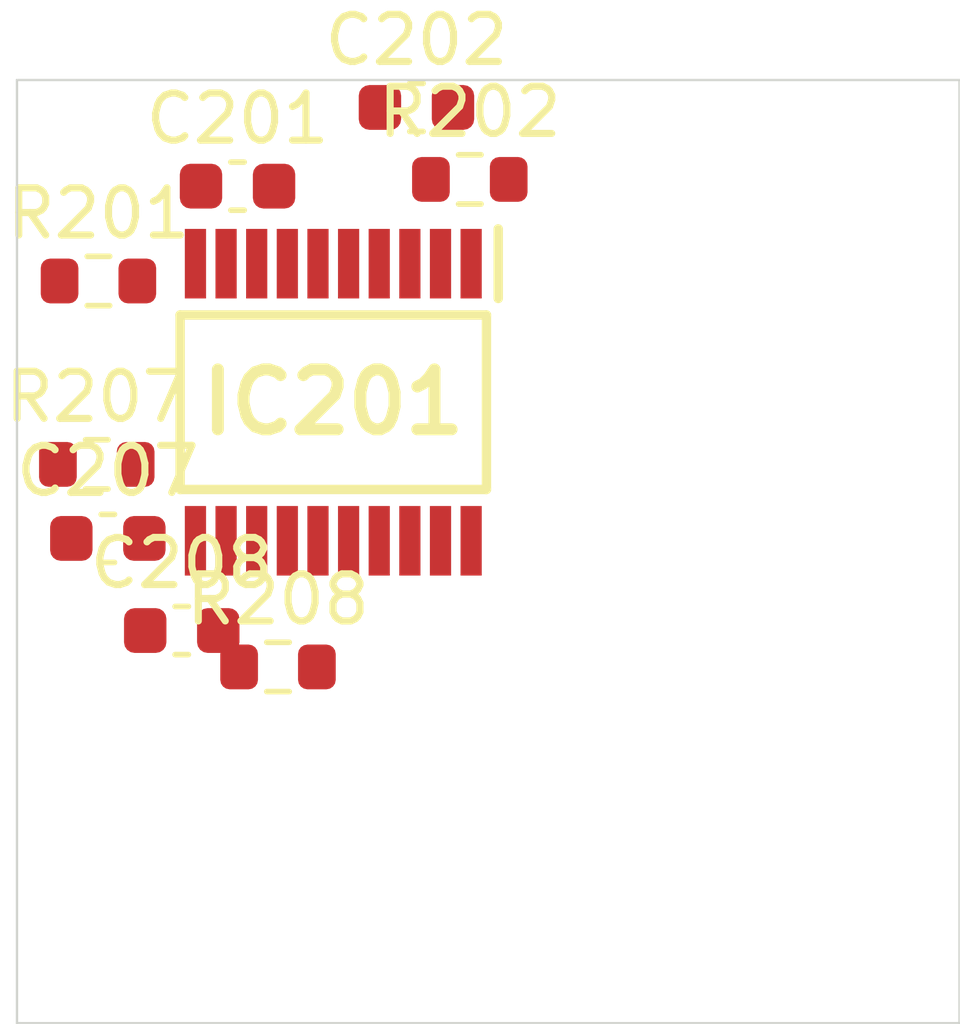
<source format=kicad_pcb>
 ( kicad_pcb  ( version 20171130 )
 ( host pcbnew 5.1.12-84ad8e8a86~92~ubuntu18.04.1 )
 ( general  ( thickness 1.6 )
 ( drawings 4 )
 ( tracks 0 )
 ( zones 0 )
 ( modules 9 )
 ( nets 19 )
)
 ( page A4 )
 ( layers  ( 0 F.Cu signal )
 ( 31 B.Cu signal )
 ( 32 B.Adhes user )
 ( 33 F.Adhes user )
 ( 34 B.Paste user )
 ( 35 F.Paste user )
 ( 36 B.SilkS user )
 ( 37 F.SilkS user )
 ( 38 B.Mask user )
 ( 39 F.Mask user )
 ( 40 Dwgs.User user )
 ( 41 Cmts.User user )
 ( 42 Eco1.User user )
 ( 43 Eco2.User user )
 ( 44 Edge.Cuts user )
 ( 45 Margin user )
 ( 46 B.CrtYd user )
 ( 47 F.CrtYd user )
 ( 48 B.Fab user )
 ( 49 F.Fab user )
)
 ( setup  ( last_trace_width 0.25 )
 ( trace_clearance 0.2 )
 ( zone_clearance 0.508 )
 ( zone_45_only no )
 ( trace_min 0.2 )
 ( via_size 0.8 )
 ( via_drill 0.4 )
 ( via_min_size 0.4 )
 ( via_min_drill 0.3 )
 ( uvia_size 0.3 )
 ( uvia_drill 0.1 )
 ( uvias_allowed no )
 ( uvia_min_size 0.2 )
 ( uvia_min_drill 0.1 )
 ( edge_width 0.05 )
 ( segment_width 0.2 )
 ( pcb_text_width 0.3 )
 ( pcb_text_size 1.5 1.5 )
 ( mod_edge_width 0.12 )
 ( mod_text_size 1 1 )
 ( mod_text_width 0.15 )
 ( pad_size 1.524 1.524 )
 ( pad_drill 0.762 )
 ( pad_to_mask_clearance 0 )
 ( aux_axis_origin 0 0 )
 ( visible_elements FFFFFF7F )
 ( pcbplotparams  ( layerselection 0x010fc_ffffffff )
 ( usegerberextensions false )
 ( usegerberattributes true )
 ( usegerberadvancedattributes true )
 ( creategerberjobfile true )
 ( excludeedgelayer true )
 ( linewidth 0.100000 )
 ( plotframeref false )
 ( viasonmask false )
 ( mode 1 )
 ( useauxorigin false )
 ( hpglpennumber 1 )
 ( hpglpenspeed 20 )
 ( hpglpendiameter 15.000000 )
 ( psnegative false )
 ( psa4output false )
 ( plotreference true )
 ( plotvalue true )
 ( plotinvisibletext false )
 ( padsonsilk false )
 ( subtractmaskfromsilk false )
 ( outputformat 1 )
 ( mirror false )
 ( drillshape 1 )
 ( scaleselection 1 )
 ( outputdirectory "" )
)
)
 ( net 0 "" )
 ( net 1 GND )
 ( net 2 /Sheet6235D886/ch0 )
 ( net 3 /Sheet6235D886/ch1 )
 ( net 4 /Sheet6235D886/ch2 )
 ( net 5 /Sheet6235D886/ch3 )
 ( net 6 /Sheet6235D886/ch4 )
 ( net 7 /Sheet6235D886/ch5 )
 ( net 8 /Sheet6235D886/ch6 )
 ( net 9 /Sheet6235D886/ch7 )
 ( net 10 VDD )
 ( net 11 VDDA )
 ( net 12 /Sheet6235D886/adc_csn )
 ( net 13 /Sheet6235D886/adc_sck )
 ( net 14 /Sheet6235D886/adc_sdi )
 ( net 15 /Sheet6235D886/adc_sdo )
 ( net 16 /Sheet6235D886/vp )
 ( net 17 /Sheet6248AD22/chn0 )
 ( net 18 /Sheet6248AD22/chn3 )
 ( net_class Default "This is the default net class."  ( clearance 0.2 )
 ( trace_width 0.25 )
 ( via_dia 0.8 )
 ( via_drill 0.4 )
 ( uvia_dia 0.3 )
 ( uvia_drill 0.1 )
 ( add_net /Sheet6235D886/adc_csn )
 ( add_net /Sheet6235D886/adc_sck )
 ( add_net /Sheet6235D886/adc_sdi )
 ( add_net /Sheet6235D886/adc_sdo )
 ( add_net /Sheet6235D886/ch0 )
 ( add_net /Sheet6235D886/ch1 )
 ( add_net /Sheet6235D886/ch2 )
 ( add_net /Sheet6235D886/ch3 )
 ( add_net /Sheet6235D886/ch4 )
 ( add_net /Sheet6235D886/ch5 )
 ( add_net /Sheet6235D886/ch6 )
 ( add_net /Sheet6235D886/ch7 )
 ( add_net /Sheet6235D886/vp )
 ( add_net /Sheet6248AD22/chn0 )
 ( add_net /Sheet6248AD22/chn3 )
 ( add_net GND )
 ( add_net VDD )
 ( add_net VDDA )
)
 ( module Capacitor_SMD:C_0603_1608Metric  ( layer F.Cu )
 ( tedit 5F68FEEE )
 ( tstamp 6234222D )
 ( at 84.680300 102.251000 )
 ( descr "Capacitor SMD 0603 (1608 Metric), square (rectangular) end terminal, IPC_7351 nominal, (Body size source: IPC-SM-782 page 76, https://www.pcb-3d.com/wordpress/wp-content/uploads/ipc-sm-782a_amendment_1_and_2.pdf), generated with kicad-footprint-generator" )
 ( tags capacitor )
 ( path /6235D887/623691C5 )
 ( attr smd )
 ( fp_text reference C201  ( at 0 -1.43 )
 ( layer F.SilkS )
 ( effects  ( font  ( size 1 1 )
 ( thickness 0.15 )
)
)
)
 ( fp_text value 0.1uF  ( at 0 1.43 )
 ( layer F.Fab )
 ( effects  ( font  ( size 1 1 )
 ( thickness 0.15 )
)
)
)
 ( fp_line  ( start -0.8 0.4 )
 ( end -0.8 -0.4 )
 ( layer F.Fab )
 ( width 0.1 )
)
 ( fp_line  ( start -0.8 -0.4 )
 ( end 0.8 -0.4 )
 ( layer F.Fab )
 ( width 0.1 )
)
 ( fp_line  ( start 0.8 -0.4 )
 ( end 0.8 0.4 )
 ( layer F.Fab )
 ( width 0.1 )
)
 ( fp_line  ( start 0.8 0.4 )
 ( end -0.8 0.4 )
 ( layer F.Fab )
 ( width 0.1 )
)
 ( fp_line  ( start -0.14058 -0.51 )
 ( end 0.14058 -0.51 )
 ( layer F.SilkS )
 ( width 0.12 )
)
 ( fp_line  ( start -0.14058 0.51 )
 ( end 0.14058 0.51 )
 ( layer F.SilkS )
 ( width 0.12 )
)
 ( fp_line  ( start -1.48 0.73 )
 ( end -1.48 -0.73 )
 ( layer F.CrtYd )
 ( width 0.05 )
)
 ( fp_line  ( start -1.48 -0.73 )
 ( end 1.48 -0.73 )
 ( layer F.CrtYd )
 ( width 0.05 )
)
 ( fp_line  ( start 1.48 -0.73 )
 ( end 1.48 0.73 )
 ( layer F.CrtYd )
 ( width 0.05 )
)
 ( fp_line  ( start 1.48 0.73 )
 ( end -1.48 0.73 )
 ( layer F.CrtYd )
 ( width 0.05 )
)
 ( fp_text user %R  ( at 0 0 )
 ( layer F.Fab )
 ( effects  ( font  ( size 0.4 0.4 )
 ( thickness 0.06 )
)
)
)
 ( pad 2 smd roundrect  ( at 0.775 0 )
 ( size 0.9 0.95 )
 ( layers F.Cu F.Mask F.Paste )
 ( roundrect_rratio 0.25 )
 ( net 1 GND )
)
 ( pad 1 smd roundrect  ( at -0.775 0 )
 ( size 0.9 0.95 )
 ( layers F.Cu F.Mask F.Paste )
 ( roundrect_rratio 0.25 )
 ( net 2 /Sheet6235D886/ch0 )
)
 ( model ${KISYS3DMOD}/Capacitor_SMD.3dshapes/C_0603_1608Metric.wrl  ( at  ( xyz 0 0 0 )
)
 ( scale  ( xyz 1 1 1 )
)
 ( rotate  ( xyz 0 0 0 )
)
)
)
 ( module Capacitor_SMD:C_0603_1608Metric  ( layer F.Cu )
 ( tedit 5F68FEEE )
 ( tstamp 6234223E )
 ( at 88.477100 100.582000 )
 ( descr "Capacitor SMD 0603 (1608 Metric), square (rectangular) end terminal, IPC_7351 nominal, (Body size source: IPC-SM-782 page 76, https://www.pcb-3d.com/wordpress/wp-content/uploads/ipc-sm-782a_amendment_1_and_2.pdf), generated with kicad-footprint-generator" )
 ( tags capacitor )
 ( path /6235D887/62369EE0 )
 ( attr smd )
 ( fp_text reference C202  ( at 0 -1.43 )
 ( layer F.SilkS )
 ( effects  ( font  ( size 1 1 )
 ( thickness 0.15 )
)
)
)
 ( fp_text value 0.1uF  ( at 0 1.43 )
 ( layer F.Fab )
 ( effects  ( font  ( size 1 1 )
 ( thickness 0.15 )
)
)
)
 ( fp_line  ( start 1.48 0.73 )
 ( end -1.48 0.73 )
 ( layer F.CrtYd )
 ( width 0.05 )
)
 ( fp_line  ( start 1.48 -0.73 )
 ( end 1.48 0.73 )
 ( layer F.CrtYd )
 ( width 0.05 )
)
 ( fp_line  ( start -1.48 -0.73 )
 ( end 1.48 -0.73 )
 ( layer F.CrtYd )
 ( width 0.05 )
)
 ( fp_line  ( start -1.48 0.73 )
 ( end -1.48 -0.73 )
 ( layer F.CrtYd )
 ( width 0.05 )
)
 ( fp_line  ( start -0.14058 0.51 )
 ( end 0.14058 0.51 )
 ( layer F.SilkS )
 ( width 0.12 )
)
 ( fp_line  ( start -0.14058 -0.51 )
 ( end 0.14058 -0.51 )
 ( layer F.SilkS )
 ( width 0.12 )
)
 ( fp_line  ( start 0.8 0.4 )
 ( end -0.8 0.4 )
 ( layer F.Fab )
 ( width 0.1 )
)
 ( fp_line  ( start 0.8 -0.4 )
 ( end 0.8 0.4 )
 ( layer F.Fab )
 ( width 0.1 )
)
 ( fp_line  ( start -0.8 -0.4 )
 ( end 0.8 -0.4 )
 ( layer F.Fab )
 ( width 0.1 )
)
 ( fp_line  ( start -0.8 0.4 )
 ( end -0.8 -0.4 )
 ( layer F.Fab )
 ( width 0.1 )
)
 ( fp_text user %R  ( at 0 0 )
 ( layer F.Fab )
 ( effects  ( font  ( size 0.4 0.4 )
 ( thickness 0.06 )
)
)
)
 ( pad 1 smd roundrect  ( at -0.775 0 )
 ( size 0.9 0.95 )
 ( layers F.Cu F.Mask F.Paste )
 ( roundrect_rratio 0.25 )
 ( net 1 GND )
)
 ( pad 2 smd roundrect  ( at 0.775 0 )
 ( size 0.9 0.95 )
 ( layers F.Cu F.Mask F.Paste )
 ( roundrect_rratio 0.25 )
 ( net 3 /Sheet6235D886/ch1 )
)
 ( model ${KISYS3DMOD}/Capacitor_SMD.3dshapes/C_0603_1608Metric.wrl  ( at  ( xyz 0 0 0 )
)
 ( scale  ( xyz 1 1 1 )
)
 ( rotate  ( xyz 0 0 0 )
)
)
)
 ( module Capacitor_SMD:C_0603_1608Metric  ( layer F.Cu )
 ( tedit 5F68FEEE )
 ( tstamp 62342293 )
 ( at 81.928400 109.721000 )
 ( descr "Capacitor SMD 0603 (1608 Metric), square (rectangular) end terminal, IPC_7351 nominal, (Body size source: IPC-SM-782 page 76, https://www.pcb-3d.com/wordpress/wp-content/uploads/ipc-sm-782a_amendment_1_and_2.pdf), generated with kicad-footprint-generator" )
 ( tags capacitor )
 ( path /6235D887/6238B3FE )
 ( attr smd )
 ( fp_text reference C207  ( at 0 -1.43 )
 ( layer F.SilkS )
 ( effects  ( font  ( size 1 1 )
 ( thickness 0.15 )
)
)
)
 ( fp_text value 0.1uF  ( at 0 1.43 )
 ( layer F.Fab )
 ( effects  ( font  ( size 1 1 )
 ( thickness 0.15 )
)
)
)
 ( fp_line  ( start -0.8 0.4 )
 ( end -0.8 -0.4 )
 ( layer F.Fab )
 ( width 0.1 )
)
 ( fp_line  ( start -0.8 -0.4 )
 ( end 0.8 -0.4 )
 ( layer F.Fab )
 ( width 0.1 )
)
 ( fp_line  ( start 0.8 -0.4 )
 ( end 0.8 0.4 )
 ( layer F.Fab )
 ( width 0.1 )
)
 ( fp_line  ( start 0.8 0.4 )
 ( end -0.8 0.4 )
 ( layer F.Fab )
 ( width 0.1 )
)
 ( fp_line  ( start -0.14058 -0.51 )
 ( end 0.14058 -0.51 )
 ( layer F.SilkS )
 ( width 0.12 )
)
 ( fp_line  ( start -0.14058 0.51 )
 ( end 0.14058 0.51 )
 ( layer F.SilkS )
 ( width 0.12 )
)
 ( fp_line  ( start -1.48 0.73 )
 ( end -1.48 -0.73 )
 ( layer F.CrtYd )
 ( width 0.05 )
)
 ( fp_line  ( start -1.48 -0.73 )
 ( end 1.48 -0.73 )
 ( layer F.CrtYd )
 ( width 0.05 )
)
 ( fp_line  ( start 1.48 -0.73 )
 ( end 1.48 0.73 )
 ( layer F.CrtYd )
 ( width 0.05 )
)
 ( fp_line  ( start 1.48 0.73 )
 ( end -1.48 0.73 )
 ( layer F.CrtYd )
 ( width 0.05 )
)
 ( fp_text user %R  ( at 0 0 )
 ( layer F.Fab )
 ( effects  ( font  ( size 0.4 0.4 )
 ( thickness 0.06 )
)
)
)
 ( pad 2 smd roundrect  ( at 0.775 0 )
 ( size 0.9 0.95 )
 ( layers F.Cu F.Mask F.Paste )
 ( roundrect_rratio 0.25 )
 ( net 1 GND )
)
 ( pad 1 smd roundrect  ( at -0.775 0 )
 ( size 0.9 0.95 )
 ( layers F.Cu F.Mask F.Paste )
 ( roundrect_rratio 0.25 )
 ( net 8 /Sheet6235D886/ch6 )
)
 ( model ${KISYS3DMOD}/Capacitor_SMD.3dshapes/C_0603_1608Metric.wrl  ( at  ( xyz 0 0 0 )
)
 ( scale  ( xyz 1 1 1 )
)
 ( rotate  ( xyz 0 0 0 )
)
)
)
 ( module Capacitor_SMD:C_0603_1608Metric  ( layer F.Cu )
 ( tedit 5F68FEEE )
 ( tstamp 623422A4 )
 ( at 83.496500 111.674000 )
 ( descr "Capacitor SMD 0603 (1608 Metric), square (rectangular) end terminal, IPC_7351 nominal, (Body size source: IPC-SM-782 page 76, https://www.pcb-3d.com/wordpress/wp-content/uploads/ipc-sm-782a_amendment_1_and_2.pdf), generated with kicad-footprint-generator" )
 ( tags capacitor )
 ( path /6235D887/6238B404 )
 ( attr smd )
 ( fp_text reference C208  ( at 0 -1.43 )
 ( layer F.SilkS )
 ( effects  ( font  ( size 1 1 )
 ( thickness 0.15 )
)
)
)
 ( fp_text value 0.1uF  ( at 0 1.43 )
 ( layer F.Fab )
 ( effects  ( font  ( size 1 1 )
 ( thickness 0.15 )
)
)
)
 ( fp_line  ( start 1.48 0.73 )
 ( end -1.48 0.73 )
 ( layer F.CrtYd )
 ( width 0.05 )
)
 ( fp_line  ( start 1.48 -0.73 )
 ( end 1.48 0.73 )
 ( layer F.CrtYd )
 ( width 0.05 )
)
 ( fp_line  ( start -1.48 -0.73 )
 ( end 1.48 -0.73 )
 ( layer F.CrtYd )
 ( width 0.05 )
)
 ( fp_line  ( start -1.48 0.73 )
 ( end -1.48 -0.73 )
 ( layer F.CrtYd )
 ( width 0.05 )
)
 ( fp_line  ( start -0.14058 0.51 )
 ( end 0.14058 0.51 )
 ( layer F.SilkS )
 ( width 0.12 )
)
 ( fp_line  ( start -0.14058 -0.51 )
 ( end 0.14058 -0.51 )
 ( layer F.SilkS )
 ( width 0.12 )
)
 ( fp_line  ( start 0.8 0.4 )
 ( end -0.8 0.4 )
 ( layer F.Fab )
 ( width 0.1 )
)
 ( fp_line  ( start 0.8 -0.4 )
 ( end 0.8 0.4 )
 ( layer F.Fab )
 ( width 0.1 )
)
 ( fp_line  ( start -0.8 -0.4 )
 ( end 0.8 -0.4 )
 ( layer F.Fab )
 ( width 0.1 )
)
 ( fp_line  ( start -0.8 0.4 )
 ( end -0.8 -0.4 )
 ( layer F.Fab )
 ( width 0.1 )
)
 ( fp_text user %R  ( at 0 0 )
 ( layer F.Fab )
 ( effects  ( font  ( size 0.4 0.4 )
 ( thickness 0.06 )
)
)
)
 ( pad 1 smd roundrect  ( at -0.775 0 )
 ( size 0.9 0.95 )
 ( layers F.Cu F.Mask F.Paste )
 ( roundrect_rratio 0.25 )
 ( net 1 GND )
)
 ( pad 2 smd roundrect  ( at 0.775 0 )
 ( size 0.9 0.95 )
 ( layers F.Cu F.Mask F.Paste )
 ( roundrect_rratio 0.25 )
 ( net 9 /Sheet6235D886/ch7 )
)
 ( model ${KISYS3DMOD}/Capacitor_SMD.3dshapes/C_0603_1608Metric.wrl  ( at  ( xyz 0 0 0 )
)
 ( scale  ( xyz 1 1 1 )
)
 ( rotate  ( xyz 0 0 0 )
)
)
)
 ( module MCP3564R-E_ST:SOP65P640X120-20N locked  ( layer F.Cu )
 ( tedit 623351C2 )
 ( tstamp 623423D6 )
 ( at 86.712100 106.833000 270.000000 )
 ( descr "20-Lead Plastic Thin Shrink Small Outline (ST) - 4.4mm body [TSSOP]" )
 ( tags "Integrated Circuit" )
 ( path /6235D887/6235E071 )
 ( attr smd )
 ( fp_text reference IC201  ( at 0 0 )
 ( layer F.SilkS )
 ( effects  ( font  ( size 1.27 1.27 )
 ( thickness 0.254 )
)
)
)
 ( fp_text value MCP3564R-E_ST  ( at 0 0 )
 ( layer F.SilkS )
hide  ( effects  ( font  ( size 1.27 1.27 )
 ( thickness 0.254 )
)
)
)
 ( fp_line  ( start -3.925 -3.55 )
 ( end 3.925 -3.55 )
 ( layer Dwgs.User )
 ( width 0.05 )
)
 ( fp_line  ( start 3.925 -3.55 )
 ( end 3.925 3.55 )
 ( layer Dwgs.User )
 ( width 0.05 )
)
 ( fp_line  ( start 3.925 3.55 )
 ( end -3.925 3.55 )
 ( layer Dwgs.User )
 ( width 0.05 )
)
 ( fp_line  ( start -3.925 3.55 )
 ( end -3.925 -3.55 )
 ( layer Dwgs.User )
 ( width 0.05 )
)
 ( fp_line  ( start -2.2 -3.25 )
 ( end 2.2 -3.25 )
 ( layer Dwgs.User )
 ( width 0.1 )
)
 ( fp_line  ( start 2.2 -3.25 )
 ( end 2.2 3.25 )
 ( layer Dwgs.User )
 ( width 0.1 )
)
 ( fp_line  ( start 2.2 3.25 )
 ( end -2.2 3.25 )
 ( layer Dwgs.User )
 ( width 0.1 )
)
 ( fp_line  ( start -2.2 3.25 )
 ( end -2.2 -3.25 )
 ( layer Dwgs.User )
 ( width 0.1 )
)
 ( fp_line  ( start -2.2 -2.6 )
 ( end -1.55 -3.25 )
 ( layer Dwgs.User )
 ( width 0.1 )
)
 ( fp_line  ( start -1.85 -3.25 )
 ( end 1.85 -3.25 )
 ( layer F.SilkS )
 ( width 0.2 )
)
 ( fp_line  ( start 1.85 -3.25 )
 ( end 1.85 3.25 )
 ( layer F.SilkS )
 ( width 0.2 )
)
 ( fp_line  ( start 1.85 3.25 )
 ( end -1.85 3.25 )
 ( layer F.SilkS )
 ( width 0.2 )
)
 ( fp_line  ( start -1.85 3.25 )
 ( end -1.85 -3.25 )
 ( layer F.SilkS )
 ( width 0.2 )
)
 ( fp_line  ( start -3.675 -3.5 )
 ( end -2.2 -3.5 )
 ( layer F.SilkS )
 ( width 0.2 )
)
 ( pad 1 smd rect  ( at -2.938 -2.925 )
 ( size 0.45 1.475 )
 ( layers F.Cu F.Mask F.Paste )
 ( net 11 VDDA )
)
 ( pad 2 smd rect  ( at -2.938 -2.275 )
 ( size 0.45 1.475 )
 ( layers F.Cu F.Mask F.Paste )
 ( net 1 GND )
)
 ( pad 3 smd rect  ( at -2.938 -1.625 )
 ( size 0.45 1.475 )
 ( layers F.Cu F.Mask F.Paste )
 ( net 1 GND )
)
 ( pad 4 smd rect  ( at -2.938 -0.975 )
 ( size 0.45 1.475 )
 ( layers F.Cu F.Mask F.Paste )
)
 ( pad 5 smd rect  ( at -2.938 -0.325 )
 ( size 0.45 1.475 )
 ( layers F.Cu F.Mask F.Paste )
 ( net 2 /Sheet6235D886/ch0 )
)
 ( pad 6 smd rect  ( at -2.938 0.325 )
 ( size 0.45 1.475 )
 ( layers F.Cu F.Mask F.Paste )
 ( net 3 /Sheet6235D886/ch1 )
)
 ( pad 7 smd rect  ( at -2.938 0.975 )
 ( size 0.45 1.475 )
 ( layers F.Cu F.Mask F.Paste )
 ( net 4 /Sheet6235D886/ch2 )
)
 ( pad 8 smd rect  ( at -2.938 1.625 )
 ( size 0.45 1.475 )
 ( layers F.Cu F.Mask F.Paste )
 ( net 5 /Sheet6235D886/ch3 )
)
 ( pad 9 smd rect  ( at -2.938 2.275 )
 ( size 0.45 1.475 )
 ( layers F.Cu F.Mask F.Paste )
 ( net 6 /Sheet6235D886/ch4 )
)
 ( pad 10 smd rect  ( at -2.938 2.925 )
 ( size 0.45 1.475 )
 ( layers F.Cu F.Mask F.Paste )
 ( net 7 /Sheet6235D886/ch5 )
)
 ( pad 11 smd rect  ( at 2.938 2.925 )
 ( size 0.45 1.475 )
 ( layers F.Cu F.Mask F.Paste )
 ( net 8 /Sheet6235D886/ch6 )
)
 ( pad 12 smd rect  ( at 2.938 2.275 )
 ( size 0.45 1.475 )
 ( layers F.Cu F.Mask F.Paste )
 ( net 9 /Sheet6235D886/ch7 )
)
 ( pad 13 smd rect  ( at 2.938 1.625 )
 ( size 0.45 1.475 )
 ( layers F.Cu F.Mask F.Paste )
 ( net 12 /Sheet6235D886/adc_csn )
)
 ( pad 14 smd rect  ( at 2.938 0.975 )
 ( size 0.45 1.475 )
 ( layers F.Cu F.Mask F.Paste )
 ( net 13 /Sheet6235D886/adc_sck )
)
 ( pad 15 smd rect  ( at 2.938 0.325 )
 ( size 0.45 1.475 )
 ( layers F.Cu F.Mask F.Paste )
 ( net 14 /Sheet6235D886/adc_sdi )
)
 ( pad 16 smd rect  ( at 2.938 -0.325 )
 ( size 0.45 1.475 )
 ( layers F.Cu F.Mask F.Paste )
 ( net 15 /Sheet6235D886/adc_sdo )
)
 ( pad 17 smd rect  ( at 2.938 -0.975 )
 ( size 0.45 1.475 )
 ( layers F.Cu F.Mask F.Paste )
)
 ( pad 18 smd rect  ( at 2.938 -1.625 )
 ( size 0.45 1.475 )
 ( layers F.Cu F.Mask F.Paste )
)
 ( pad 19 smd rect  ( at 2.938 -2.275 )
 ( size 0.45 1.475 )
 ( layers F.Cu F.Mask F.Paste )
 ( net 1 GND )
)
 ( pad 20 smd rect  ( at 2.938 -2.925 )
 ( size 0.45 1.475 )
 ( layers F.Cu F.Mask F.Paste )
 ( net 10 VDD )
)
)
 ( module Resistor_SMD:R_0603_1608Metric  ( layer F.Cu )
 ( tedit 5F68FEEE )
 ( tstamp 6234250D )
 ( at 81.729000 104.262000 )
 ( descr "Resistor SMD 0603 (1608 Metric), square (rectangular) end terminal, IPC_7351 nominal, (Body size source: IPC-SM-782 page 72, https://www.pcb-3d.com/wordpress/wp-content/uploads/ipc-sm-782a_amendment_1_and_2.pdf), generated with kicad-footprint-generator" )
 ( tags resistor )
 ( path /6235D887/623641B7 )
 ( attr smd )
 ( fp_text reference R201  ( at 0 -1.43 )
 ( layer F.SilkS )
 ( effects  ( font  ( size 1 1 )
 ( thickness 0.15 )
)
)
)
 ( fp_text value 1k  ( at 0 1.43 )
 ( layer F.Fab )
 ( effects  ( font  ( size 1 1 )
 ( thickness 0.15 )
)
)
)
 ( fp_line  ( start -0.8 0.4125 )
 ( end -0.8 -0.4125 )
 ( layer F.Fab )
 ( width 0.1 )
)
 ( fp_line  ( start -0.8 -0.4125 )
 ( end 0.8 -0.4125 )
 ( layer F.Fab )
 ( width 0.1 )
)
 ( fp_line  ( start 0.8 -0.4125 )
 ( end 0.8 0.4125 )
 ( layer F.Fab )
 ( width 0.1 )
)
 ( fp_line  ( start 0.8 0.4125 )
 ( end -0.8 0.4125 )
 ( layer F.Fab )
 ( width 0.1 )
)
 ( fp_line  ( start -0.237258 -0.5225 )
 ( end 0.237258 -0.5225 )
 ( layer F.SilkS )
 ( width 0.12 )
)
 ( fp_line  ( start -0.237258 0.5225 )
 ( end 0.237258 0.5225 )
 ( layer F.SilkS )
 ( width 0.12 )
)
 ( fp_line  ( start -1.48 0.73 )
 ( end -1.48 -0.73 )
 ( layer F.CrtYd )
 ( width 0.05 )
)
 ( fp_line  ( start -1.48 -0.73 )
 ( end 1.48 -0.73 )
 ( layer F.CrtYd )
 ( width 0.05 )
)
 ( fp_line  ( start 1.48 -0.73 )
 ( end 1.48 0.73 )
 ( layer F.CrtYd )
 ( width 0.05 )
)
 ( fp_line  ( start 1.48 0.73 )
 ( end -1.48 0.73 )
 ( layer F.CrtYd )
 ( width 0.05 )
)
 ( fp_text user %R  ( at 0 0 )
 ( layer F.Fab )
 ( effects  ( font  ( size 0.4 0.4 )
 ( thickness 0.06 )
)
)
)
 ( pad 2 smd roundrect  ( at 0.825 0 )
 ( size 0.8 0.95 )
 ( layers F.Cu F.Mask F.Paste )
 ( roundrect_rratio 0.25 )
 ( net 16 /Sheet6235D886/vp )
)
 ( pad 1 smd roundrect  ( at -0.825 0 )
 ( size 0.8 0.95 )
 ( layers F.Cu F.Mask F.Paste )
 ( roundrect_rratio 0.25 )
 ( net 2 /Sheet6235D886/ch0 )
)
 ( model ${KISYS3DMOD}/Resistor_SMD.3dshapes/R_0603_1608Metric.wrl  ( at  ( xyz 0 0 0 )
)
 ( scale  ( xyz 1 1 1 )
)
 ( rotate  ( xyz 0 0 0 )
)
)
)
 ( module Resistor_SMD:R_0603_1608Metric  ( layer F.Cu )
 ( tedit 5F68FEEE )
 ( tstamp 6234251E )
 ( at 89.609100 102.108000 )
 ( descr "Resistor SMD 0603 (1608 Metric), square (rectangular) end terminal, IPC_7351 nominal, (Body size source: IPC-SM-782 page 72, https://www.pcb-3d.com/wordpress/wp-content/uploads/ipc-sm-782a_amendment_1_and_2.pdf), generated with kicad-footprint-generator" )
 ( tags resistor )
 ( path /6235D887/6236A646 )
 ( attr smd )
 ( fp_text reference R202  ( at 0 -1.43 )
 ( layer F.SilkS )
 ( effects  ( font  ( size 1 1 )
 ( thickness 0.15 )
)
)
)
 ( fp_text value 1k  ( at 0 1.43 )
 ( layer F.Fab )
 ( effects  ( font  ( size 1 1 )
 ( thickness 0.15 )
)
)
)
 ( fp_line  ( start 1.48 0.73 )
 ( end -1.48 0.73 )
 ( layer F.CrtYd )
 ( width 0.05 )
)
 ( fp_line  ( start 1.48 -0.73 )
 ( end 1.48 0.73 )
 ( layer F.CrtYd )
 ( width 0.05 )
)
 ( fp_line  ( start -1.48 -0.73 )
 ( end 1.48 -0.73 )
 ( layer F.CrtYd )
 ( width 0.05 )
)
 ( fp_line  ( start -1.48 0.73 )
 ( end -1.48 -0.73 )
 ( layer F.CrtYd )
 ( width 0.05 )
)
 ( fp_line  ( start -0.237258 0.5225 )
 ( end 0.237258 0.5225 )
 ( layer F.SilkS )
 ( width 0.12 )
)
 ( fp_line  ( start -0.237258 -0.5225 )
 ( end 0.237258 -0.5225 )
 ( layer F.SilkS )
 ( width 0.12 )
)
 ( fp_line  ( start 0.8 0.4125 )
 ( end -0.8 0.4125 )
 ( layer F.Fab )
 ( width 0.1 )
)
 ( fp_line  ( start 0.8 -0.4125 )
 ( end 0.8 0.4125 )
 ( layer F.Fab )
 ( width 0.1 )
)
 ( fp_line  ( start -0.8 -0.4125 )
 ( end 0.8 -0.4125 )
 ( layer F.Fab )
 ( width 0.1 )
)
 ( fp_line  ( start -0.8 0.4125 )
 ( end -0.8 -0.4125 )
 ( layer F.Fab )
 ( width 0.1 )
)
 ( fp_text user %R  ( at 0 0 )
 ( layer F.Fab )
 ( effects  ( font  ( size 0.4 0.4 )
 ( thickness 0.06 )
)
)
)
 ( pad 1 smd roundrect  ( at -0.825 0 )
 ( size 0.8 0.95 )
 ( layers F.Cu F.Mask F.Paste )
 ( roundrect_rratio 0.25 )
 ( net 3 /Sheet6235D886/ch1 )
)
 ( pad 2 smd roundrect  ( at 0.825 0 )
 ( size 0.8 0.95 )
 ( layers F.Cu F.Mask F.Paste )
 ( roundrect_rratio 0.25 )
 ( net 17 /Sheet6248AD22/chn0 )
)
 ( model ${KISYS3DMOD}/Resistor_SMD.3dshapes/R_0603_1608Metric.wrl  ( at  ( xyz 0 0 0 )
)
 ( scale  ( xyz 1 1 1 )
)
 ( rotate  ( xyz 0 0 0 )
)
)
)
 ( module Resistor_SMD:R_0603_1608Metric  ( layer F.Cu )
 ( tedit 5F68FEEE )
 ( tstamp 62342573 )
 ( at 81.693500 108.151000 )
 ( descr "Resistor SMD 0603 (1608 Metric), square (rectangular) end terminal, IPC_7351 nominal, (Body size source: IPC-SM-782 page 72, https://www.pcb-3d.com/wordpress/wp-content/uploads/ipc-sm-782a_amendment_1_and_2.pdf), generated with kicad-footprint-generator" )
 ( tags resistor )
 ( path /6235D887/6238B3F8 )
 ( attr smd )
 ( fp_text reference R207  ( at 0 -1.43 )
 ( layer F.SilkS )
 ( effects  ( font  ( size 1 1 )
 ( thickness 0.15 )
)
)
)
 ( fp_text value 1k  ( at 0 1.43 )
 ( layer F.Fab )
 ( effects  ( font  ( size 1 1 )
 ( thickness 0.15 )
)
)
)
 ( fp_line  ( start -0.8 0.4125 )
 ( end -0.8 -0.4125 )
 ( layer F.Fab )
 ( width 0.1 )
)
 ( fp_line  ( start -0.8 -0.4125 )
 ( end 0.8 -0.4125 )
 ( layer F.Fab )
 ( width 0.1 )
)
 ( fp_line  ( start 0.8 -0.4125 )
 ( end 0.8 0.4125 )
 ( layer F.Fab )
 ( width 0.1 )
)
 ( fp_line  ( start 0.8 0.4125 )
 ( end -0.8 0.4125 )
 ( layer F.Fab )
 ( width 0.1 )
)
 ( fp_line  ( start -0.237258 -0.5225 )
 ( end 0.237258 -0.5225 )
 ( layer F.SilkS )
 ( width 0.12 )
)
 ( fp_line  ( start -0.237258 0.5225 )
 ( end 0.237258 0.5225 )
 ( layer F.SilkS )
 ( width 0.12 )
)
 ( fp_line  ( start -1.48 0.73 )
 ( end -1.48 -0.73 )
 ( layer F.CrtYd )
 ( width 0.05 )
)
 ( fp_line  ( start -1.48 -0.73 )
 ( end 1.48 -0.73 )
 ( layer F.CrtYd )
 ( width 0.05 )
)
 ( fp_line  ( start 1.48 -0.73 )
 ( end 1.48 0.73 )
 ( layer F.CrtYd )
 ( width 0.05 )
)
 ( fp_line  ( start 1.48 0.73 )
 ( end -1.48 0.73 )
 ( layer F.CrtYd )
 ( width 0.05 )
)
 ( fp_text user %R  ( at 0 0 )
 ( layer F.Fab )
 ( effects  ( font  ( size 0.4 0.4 )
 ( thickness 0.06 )
)
)
)
 ( pad 2 smd roundrect  ( at 0.825 0 )
 ( size 0.8 0.95 )
 ( layers F.Cu F.Mask F.Paste )
 ( roundrect_rratio 0.25 )
 ( net 16 /Sheet6235D886/vp )
)
 ( pad 1 smd roundrect  ( at -0.825 0 )
 ( size 0.8 0.95 )
 ( layers F.Cu F.Mask F.Paste )
 ( roundrect_rratio 0.25 )
 ( net 8 /Sheet6235D886/ch6 )
)
 ( model ${KISYS3DMOD}/Resistor_SMD.3dshapes/R_0603_1608Metric.wrl  ( at  ( xyz 0 0 0 )
)
 ( scale  ( xyz 1 1 1 )
)
 ( rotate  ( xyz 0 0 0 )
)
)
)
 ( module Resistor_SMD:R_0603_1608Metric  ( layer F.Cu )
 ( tedit 5F68FEEE )
 ( tstamp 62342584 )
 ( at 85.539100 112.446000 )
 ( descr "Resistor SMD 0603 (1608 Metric), square (rectangular) end terminal, IPC_7351 nominal, (Body size source: IPC-SM-782 page 72, https://www.pcb-3d.com/wordpress/wp-content/uploads/ipc-sm-782a_amendment_1_and_2.pdf), generated with kicad-footprint-generator" )
 ( tags resistor )
 ( path /6235D887/6238B40A )
 ( attr smd )
 ( fp_text reference R208  ( at 0 -1.43 )
 ( layer F.SilkS )
 ( effects  ( font  ( size 1 1 )
 ( thickness 0.15 )
)
)
)
 ( fp_text value 1k  ( at 0 1.43 )
 ( layer F.Fab )
 ( effects  ( font  ( size 1 1 )
 ( thickness 0.15 )
)
)
)
 ( fp_line  ( start 1.48 0.73 )
 ( end -1.48 0.73 )
 ( layer F.CrtYd )
 ( width 0.05 )
)
 ( fp_line  ( start 1.48 -0.73 )
 ( end 1.48 0.73 )
 ( layer F.CrtYd )
 ( width 0.05 )
)
 ( fp_line  ( start -1.48 -0.73 )
 ( end 1.48 -0.73 )
 ( layer F.CrtYd )
 ( width 0.05 )
)
 ( fp_line  ( start -1.48 0.73 )
 ( end -1.48 -0.73 )
 ( layer F.CrtYd )
 ( width 0.05 )
)
 ( fp_line  ( start -0.237258 0.5225 )
 ( end 0.237258 0.5225 )
 ( layer F.SilkS )
 ( width 0.12 )
)
 ( fp_line  ( start -0.237258 -0.5225 )
 ( end 0.237258 -0.5225 )
 ( layer F.SilkS )
 ( width 0.12 )
)
 ( fp_line  ( start 0.8 0.4125 )
 ( end -0.8 0.4125 )
 ( layer F.Fab )
 ( width 0.1 )
)
 ( fp_line  ( start 0.8 -0.4125 )
 ( end 0.8 0.4125 )
 ( layer F.Fab )
 ( width 0.1 )
)
 ( fp_line  ( start -0.8 -0.4125 )
 ( end 0.8 -0.4125 )
 ( layer F.Fab )
 ( width 0.1 )
)
 ( fp_line  ( start -0.8 0.4125 )
 ( end -0.8 -0.4125 )
 ( layer F.Fab )
 ( width 0.1 )
)
 ( fp_text user %R  ( at 0 0 )
 ( layer F.Fab )
 ( effects  ( font  ( size 0.4 0.4 )
 ( thickness 0.06 )
)
)
)
 ( pad 1 smd roundrect  ( at -0.825 0 )
 ( size 0.8 0.95 )
 ( layers F.Cu F.Mask F.Paste )
 ( roundrect_rratio 0.25 )
 ( net 9 /Sheet6235D886/ch7 )
)
 ( pad 2 smd roundrect  ( at 0.825 0 )
 ( size 0.8 0.95 )
 ( layers F.Cu F.Mask F.Paste )
 ( roundrect_rratio 0.25 )
 ( net 18 /Sheet6248AD22/chn3 )
)
 ( model ${KISYS3DMOD}/Resistor_SMD.3dshapes/R_0603_1608Metric.wrl  ( at  ( xyz 0 0 0 )
)
 ( scale  ( xyz 1 1 1 )
)
 ( rotate  ( xyz 0 0 0 )
)
)
)
 ( gr_line  ( start 100 100 )
 ( end 100 120 )
 ( layer Edge.Cuts )
 ( width 0.05 )
 ( tstamp 62E770C4 )
)
 ( gr_line  ( start 80 120 )
 ( end 100 120 )
 ( layer Edge.Cuts )
 ( width 0.05 )
 ( tstamp 62E770C0 )
)
 ( gr_line  ( start 80 100 )
 ( end 100 100 )
 ( layer Edge.Cuts )
 ( width 0.05 )
 ( tstamp 6234110C )
)
 ( gr_line  ( start 80 100 )
 ( end 80 120 )
 ( layer Edge.Cuts )
 ( width 0.05 )
)
)

</source>
